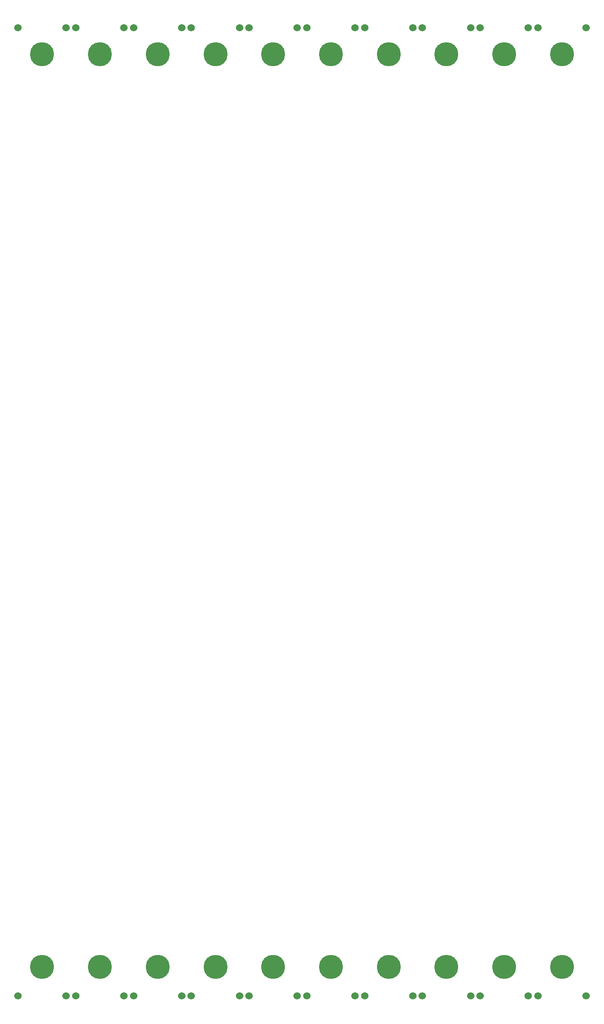
<source format=gbl>
G04*
G04 #@! TF.GenerationSoftware,Altium Limited,Altium Designer,18.1.7 (191)*
G04*
G04 Layer_Physical_Order=2*
G04 Layer_Color=16711680*
%FSLAX44Y44*%
%MOMM*%
G71*
G01*
G75*
%ADD13C,1.5240*%
%ADD14C,5.0000*%
D13*
X1200000Y2060000D02*
D03*
X1100000D02*
D03*
Y50000D02*
D03*
X1200000D02*
D03*
X1080000Y2060000D02*
D03*
X980000D02*
D03*
Y50000D02*
D03*
X1080000D02*
D03*
X960000Y2060000D02*
D03*
X860000D02*
D03*
Y50000D02*
D03*
X960000D02*
D03*
X840000Y2060000D02*
D03*
X740000D02*
D03*
Y50000D02*
D03*
X840000D02*
D03*
X720000Y2060000D02*
D03*
X620000D02*
D03*
Y50000D02*
D03*
X720000D02*
D03*
X600000Y2060000D02*
D03*
X500000D02*
D03*
Y50000D02*
D03*
X600000D02*
D03*
X480000Y2060000D02*
D03*
X380000D02*
D03*
Y50000D02*
D03*
X480000D02*
D03*
X360000Y2060000D02*
D03*
X260000D02*
D03*
Y50000D02*
D03*
X360000D02*
D03*
X240000Y2060000D02*
D03*
X140000D02*
D03*
Y50000D02*
D03*
X240000D02*
D03*
X120000Y2060000D02*
D03*
X20000D02*
D03*
Y50000D02*
D03*
X120000D02*
D03*
D14*
X1150000Y2005000D02*
D03*
X1150000Y110000D02*
D03*
X1030000Y2005000D02*
D03*
X1030000Y110000D02*
D03*
X910000Y2005000D02*
D03*
X910000Y110000D02*
D03*
X790000Y2005000D02*
D03*
X790000Y110000D02*
D03*
X670000Y2005000D02*
D03*
X670000Y110000D02*
D03*
X550000Y2005000D02*
D03*
X550000Y110000D02*
D03*
X430000Y2005000D02*
D03*
X430000Y110000D02*
D03*
X310000Y2005000D02*
D03*
X310000Y110000D02*
D03*
X190000Y2005000D02*
D03*
X190000Y110000D02*
D03*
X70000Y2005000D02*
D03*
X70000Y110000D02*
D03*
M02*

</source>
